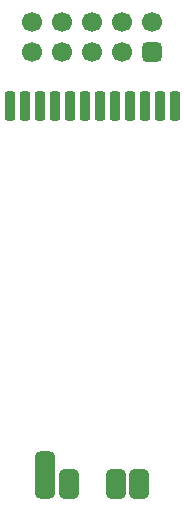
<source format=gbr>
%TF.GenerationSoftware,KiCad,Pcbnew,7.0.1-0*%
%TF.CreationDate,2023-08-23T15:06:01+02:00*%
%TF.ProjectId,ESP32SomfyPOE_rotated,45535033-3253-46f6-9d66-79504f455f72,rev?*%
%TF.SameCoordinates,Original*%
%TF.FileFunction,Soldermask,Top*%
%TF.FilePolarity,Negative*%
%FSLAX46Y46*%
G04 Gerber Fmt 4.6, Leading zero omitted, Abs format (unit mm)*
G04 Created by KiCad (PCBNEW 7.0.1-0) date 2023-08-23 15:06:01*
%MOMM*%
%LPD*%
G01*
G04 APERTURE LIST*
G04 Aperture macros list*
%AMRoundRect*
0 Rectangle with rounded corners*
0 $1 Rounding radius*
0 $2 $3 $4 $5 $6 $7 $8 $9 X,Y pos of 4 corners*
0 Add a 4 corners polygon primitive as box body*
4,1,4,$2,$3,$4,$5,$6,$7,$8,$9,$2,$3,0*
0 Add four circle primitives for the rounded corners*
1,1,$1+$1,$2,$3*
1,1,$1+$1,$4,$5*
1,1,$1+$1,$6,$7*
1,1,$1+$1,$8,$9*
0 Add four rect primitives between the rounded corners*
20,1,$1+$1,$2,$3,$4,$5,0*
20,1,$1+$1,$4,$5,$6,$7,0*
20,1,$1+$1,$6,$7,$8,$9,0*
20,1,$1+$1,$8,$9,$2,$3,0*%
G04 Aperture macros list end*
%ADD10RoundRect,0.225000X0.225000X1.025000X-0.225000X1.025000X-0.225000X-1.025000X0.225000X-1.025000X0*%
%ADD11RoundRect,0.425000X0.425000X1.575000X-0.425000X1.575000X-0.425000X-1.575000X0.425000X-1.575000X0*%
%ADD12RoundRect,0.425000X0.425000X0.825000X-0.425000X0.825000X-0.425000X-0.825000X0.425000X-0.825000X0*%
%ADD13C,1.700000*%
%ADD14RoundRect,0.425000X-0.425000X0.425000X-0.425000X-0.425000X0.425000X-0.425000X0.425000X0.425000X0*%
G04 APERTURE END LIST*
D10*
%TO.C,E07-433M20S*%
X103505000Y-74168000D03*
X102235000Y-74168000D03*
X100965000Y-74168000D03*
X99695000Y-74168000D03*
X98425000Y-74168000D03*
X97155000Y-74168000D03*
X95885000Y-74168000D03*
X94615000Y-74168000D03*
X93345000Y-74168000D03*
X92075000Y-74168000D03*
X90805000Y-74168000D03*
X89535000Y-74168000D03*
D11*
X92515000Y-105418000D03*
D12*
X94515000Y-106168000D03*
X98515000Y-106168000D03*
X100515000Y-106168000D03*
%TD*%
D13*
%TO.C,UEXT*%
X101600000Y-67056000D03*
D14*
X101600000Y-69596000D03*
D13*
X99060000Y-67056000D03*
X99060000Y-69596000D03*
X96520000Y-67056000D03*
X96520000Y-69596000D03*
X93980000Y-67056000D03*
X93980000Y-69596000D03*
X91440000Y-67056000D03*
X91440000Y-69596000D03*
%TD*%
M02*

</source>
